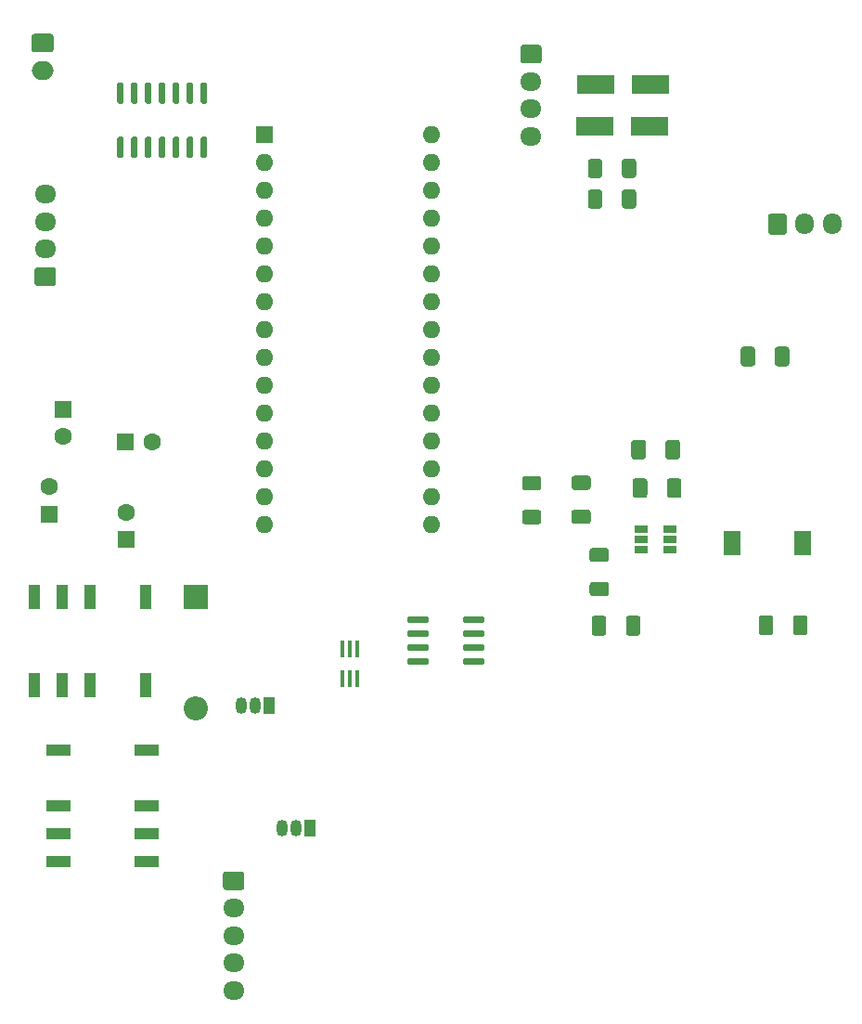
<source format=gbr>
%TF.GenerationSoftware,KiCad,Pcbnew,5.1.10-88a1d61d58~88~ubuntu18.04.1*%
%TF.CreationDate,2021-05-23T19:09:43+03:00*%
%TF.ProjectId,Micra Cruise Control Schemantics,4d696372-6120-4437-9275-69736520436f,rev?*%
%TF.SameCoordinates,Original*%
%TF.FileFunction,Soldermask,Top*%
%TF.FilePolarity,Negative*%
%FSLAX46Y46*%
G04 Gerber Fmt 4.6, Leading zero omitted, Abs format (unit mm)*
G04 Created by KiCad (PCBNEW 5.1.10-88a1d61d58~88~ubuntu18.04.1) date 2021-05-23 19:09:43*
%MOMM*%
%LPD*%
G01*
G04 APERTURE LIST*
%ADD10O,1.600000X1.600000*%
%ADD11R,1.600000X1.600000*%
%ADD12O,1.950000X1.700000*%
%ADD13R,2.200000X1.000000*%
%ADD14R,1.000000X2.200000*%
%ADD15R,0.400000X1.500000*%
%ADD16R,1.220000X0.650000*%
%ADD17R,1.050000X1.500000*%
%ADD18O,1.050000X1.500000*%
%ADD19R,1.500000X2.200000*%
%ADD20O,1.700000X1.950000*%
%ADD21O,2.000000X1.700000*%
%ADD22R,3.500000X1.800000*%
%ADD23O,2.200000X2.200000*%
%ADD24R,2.200000X2.200000*%
%ADD25C,1.600000*%
G04 APERTURE END LIST*
D10*
%TO.C,A1*%
X89840000Y-86310000D03*
X74600000Y-86310000D03*
X89840000Y-50750000D03*
X74600000Y-83770000D03*
X89840000Y-53290000D03*
X74600000Y-81230000D03*
X89840000Y-55830000D03*
X74600000Y-78690000D03*
X89840000Y-58370000D03*
X74600000Y-76150000D03*
X89840000Y-60910000D03*
X74600000Y-73610000D03*
X89840000Y-63450000D03*
X74600000Y-71070000D03*
X89840000Y-65990000D03*
X74600000Y-68530000D03*
X89840000Y-68530000D03*
X74600000Y-65990000D03*
X89840000Y-71070000D03*
X74600000Y-63450000D03*
X89840000Y-73610000D03*
X74600000Y-60910000D03*
X89840000Y-76150000D03*
X74600000Y-58370000D03*
X89840000Y-78690000D03*
X74600000Y-55830000D03*
X89840000Y-81230000D03*
X74600000Y-53290000D03*
X89840000Y-83770000D03*
D11*
X74600000Y-50750000D03*
%TD*%
D12*
%TO.C,J1*%
X71800000Y-128800000D03*
X71800000Y-126300000D03*
X71800000Y-123800000D03*
X71800000Y-121300000D03*
G36*
G01*
X71075000Y-117950000D02*
X72525000Y-117950000D01*
G75*
G02*
X72775000Y-118200000I0J-250000D01*
G01*
X72775000Y-119400000D01*
G75*
G02*
X72525000Y-119650000I-250000J0D01*
G01*
X71075000Y-119650000D01*
G75*
G02*
X70825000Y-119400000I0J250000D01*
G01*
X70825000Y-118200000D01*
G75*
G02*
X71075000Y-117950000I250000J0D01*
G01*
G37*
%TD*%
D13*
%TO.C,K2*%
X55850000Y-117060000D03*
X63850000Y-117060000D03*
X55850000Y-111980000D03*
X55850000Y-106900000D03*
X63850000Y-111980000D03*
X63850000Y-106900000D03*
X55850000Y-114520000D03*
X63850000Y-114520000D03*
%TD*%
D14*
%TO.C,K1*%
X53610000Y-92950000D03*
X53610000Y-100950000D03*
X58690000Y-92950000D03*
X63770000Y-92950000D03*
X58690000Y-100950000D03*
X63770000Y-100950000D03*
X56150000Y-92950000D03*
X56150000Y-100950000D03*
%TD*%
D15*
%TO.C,U4*%
X83050000Y-100350000D03*
X82400000Y-100350000D03*
X81750000Y-100350000D03*
X81750000Y-97690000D03*
X82400000Y-97690000D03*
X83050000Y-97690000D03*
%TD*%
%TO.C,U3*%
G36*
G01*
X89633500Y-98643500D02*
X89633500Y-98968500D01*
G75*
G02*
X89471000Y-99131000I-162500J0D01*
G01*
X87821000Y-99131000D01*
G75*
G02*
X87658500Y-98968500I0J162500D01*
G01*
X87658500Y-98643500D01*
G75*
G02*
X87821000Y-98481000I162500J0D01*
G01*
X89471000Y-98481000D01*
G75*
G02*
X89633500Y-98643500I0J-162500D01*
G01*
G37*
G36*
G01*
X89633500Y-97373500D02*
X89633500Y-97698500D01*
G75*
G02*
X89471000Y-97861000I-162500J0D01*
G01*
X87821000Y-97861000D01*
G75*
G02*
X87658500Y-97698500I0J162500D01*
G01*
X87658500Y-97373500D01*
G75*
G02*
X87821000Y-97211000I162500J0D01*
G01*
X89471000Y-97211000D01*
G75*
G02*
X89633500Y-97373500I0J-162500D01*
G01*
G37*
G36*
G01*
X89633500Y-96103500D02*
X89633500Y-96428500D01*
G75*
G02*
X89471000Y-96591000I-162500J0D01*
G01*
X87821000Y-96591000D01*
G75*
G02*
X87658500Y-96428500I0J162500D01*
G01*
X87658500Y-96103500D01*
G75*
G02*
X87821000Y-95941000I162500J0D01*
G01*
X89471000Y-95941000D01*
G75*
G02*
X89633500Y-96103500I0J-162500D01*
G01*
G37*
G36*
G01*
X89633500Y-94833500D02*
X89633500Y-95158500D01*
G75*
G02*
X89471000Y-95321000I-162500J0D01*
G01*
X87821000Y-95321000D01*
G75*
G02*
X87658500Y-95158500I0J162500D01*
G01*
X87658500Y-94833500D01*
G75*
G02*
X87821000Y-94671000I162500J0D01*
G01*
X89471000Y-94671000D01*
G75*
G02*
X89633500Y-94833500I0J-162500D01*
G01*
G37*
G36*
G01*
X94708500Y-94833500D02*
X94708500Y-95158500D01*
G75*
G02*
X94546000Y-95321000I-162500J0D01*
G01*
X92896000Y-95321000D01*
G75*
G02*
X92733500Y-95158500I0J162500D01*
G01*
X92733500Y-94833500D01*
G75*
G02*
X92896000Y-94671000I162500J0D01*
G01*
X94546000Y-94671000D01*
G75*
G02*
X94708500Y-94833500I0J-162500D01*
G01*
G37*
G36*
G01*
X94708500Y-96103500D02*
X94708500Y-96428500D01*
G75*
G02*
X94546000Y-96591000I-162500J0D01*
G01*
X92896000Y-96591000D01*
G75*
G02*
X92733500Y-96428500I0J162500D01*
G01*
X92733500Y-96103500D01*
G75*
G02*
X92896000Y-95941000I162500J0D01*
G01*
X94546000Y-95941000D01*
G75*
G02*
X94708500Y-96103500I0J-162500D01*
G01*
G37*
G36*
G01*
X94708500Y-97373500D02*
X94708500Y-97698500D01*
G75*
G02*
X94546000Y-97861000I-162500J0D01*
G01*
X92896000Y-97861000D01*
G75*
G02*
X92733500Y-97698500I0J162500D01*
G01*
X92733500Y-97373500D01*
G75*
G02*
X92896000Y-97211000I162500J0D01*
G01*
X94546000Y-97211000D01*
G75*
G02*
X94708500Y-97373500I0J-162500D01*
G01*
G37*
G36*
G01*
X94708500Y-98643500D02*
X94708500Y-98968500D01*
G75*
G02*
X94546000Y-99131000I-162500J0D01*
G01*
X92896000Y-99131000D01*
G75*
G02*
X92733500Y-98968500I0J162500D01*
G01*
X92733500Y-98643500D01*
G75*
G02*
X92896000Y-98481000I162500J0D01*
G01*
X94546000Y-98481000D01*
G75*
G02*
X94708500Y-98643500I0J-162500D01*
G01*
G37*
%TD*%
%TO.C,U2*%
G36*
G01*
X61618000Y-47965000D02*
X61318000Y-47965000D01*
G75*
G02*
X61168000Y-47815000I0J150000D01*
G01*
X61168000Y-46165000D01*
G75*
G02*
X61318000Y-46015000I150000J0D01*
G01*
X61618000Y-46015000D01*
G75*
G02*
X61768000Y-46165000I0J-150000D01*
G01*
X61768000Y-47815000D01*
G75*
G02*
X61618000Y-47965000I-150000J0D01*
G01*
G37*
G36*
G01*
X62888000Y-47965000D02*
X62588000Y-47965000D01*
G75*
G02*
X62438000Y-47815000I0J150000D01*
G01*
X62438000Y-46165000D01*
G75*
G02*
X62588000Y-46015000I150000J0D01*
G01*
X62888000Y-46015000D01*
G75*
G02*
X63038000Y-46165000I0J-150000D01*
G01*
X63038000Y-47815000D01*
G75*
G02*
X62888000Y-47965000I-150000J0D01*
G01*
G37*
G36*
G01*
X64158000Y-47965000D02*
X63858000Y-47965000D01*
G75*
G02*
X63708000Y-47815000I0J150000D01*
G01*
X63708000Y-46165000D01*
G75*
G02*
X63858000Y-46015000I150000J0D01*
G01*
X64158000Y-46015000D01*
G75*
G02*
X64308000Y-46165000I0J-150000D01*
G01*
X64308000Y-47815000D01*
G75*
G02*
X64158000Y-47965000I-150000J0D01*
G01*
G37*
G36*
G01*
X65428000Y-47965000D02*
X65128000Y-47965000D01*
G75*
G02*
X64978000Y-47815000I0J150000D01*
G01*
X64978000Y-46165000D01*
G75*
G02*
X65128000Y-46015000I150000J0D01*
G01*
X65428000Y-46015000D01*
G75*
G02*
X65578000Y-46165000I0J-150000D01*
G01*
X65578000Y-47815000D01*
G75*
G02*
X65428000Y-47965000I-150000J0D01*
G01*
G37*
G36*
G01*
X66698000Y-47965000D02*
X66398000Y-47965000D01*
G75*
G02*
X66248000Y-47815000I0J150000D01*
G01*
X66248000Y-46165000D01*
G75*
G02*
X66398000Y-46015000I150000J0D01*
G01*
X66698000Y-46015000D01*
G75*
G02*
X66848000Y-46165000I0J-150000D01*
G01*
X66848000Y-47815000D01*
G75*
G02*
X66698000Y-47965000I-150000J0D01*
G01*
G37*
G36*
G01*
X67968000Y-47965000D02*
X67668000Y-47965000D01*
G75*
G02*
X67518000Y-47815000I0J150000D01*
G01*
X67518000Y-46165000D01*
G75*
G02*
X67668000Y-46015000I150000J0D01*
G01*
X67968000Y-46015000D01*
G75*
G02*
X68118000Y-46165000I0J-150000D01*
G01*
X68118000Y-47815000D01*
G75*
G02*
X67968000Y-47965000I-150000J0D01*
G01*
G37*
G36*
G01*
X69238000Y-47965000D02*
X68938000Y-47965000D01*
G75*
G02*
X68788000Y-47815000I0J150000D01*
G01*
X68788000Y-46165000D01*
G75*
G02*
X68938000Y-46015000I150000J0D01*
G01*
X69238000Y-46015000D01*
G75*
G02*
X69388000Y-46165000I0J-150000D01*
G01*
X69388000Y-47815000D01*
G75*
G02*
X69238000Y-47965000I-150000J0D01*
G01*
G37*
G36*
G01*
X69238000Y-52915000D02*
X68938000Y-52915000D01*
G75*
G02*
X68788000Y-52765000I0J150000D01*
G01*
X68788000Y-51115000D01*
G75*
G02*
X68938000Y-50965000I150000J0D01*
G01*
X69238000Y-50965000D01*
G75*
G02*
X69388000Y-51115000I0J-150000D01*
G01*
X69388000Y-52765000D01*
G75*
G02*
X69238000Y-52915000I-150000J0D01*
G01*
G37*
G36*
G01*
X67968000Y-52915000D02*
X67668000Y-52915000D01*
G75*
G02*
X67518000Y-52765000I0J150000D01*
G01*
X67518000Y-51115000D01*
G75*
G02*
X67668000Y-50965000I150000J0D01*
G01*
X67968000Y-50965000D01*
G75*
G02*
X68118000Y-51115000I0J-150000D01*
G01*
X68118000Y-52765000D01*
G75*
G02*
X67968000Y-52915000I-150000J0D01*
G01*
G37*
G36*
G01*
X66698000Y-52915000D02*
X66398000Y-52915000D01*
G75*
G02*
X66248000Y-52765000I0J150000D01*
G01*
X66248000Y-51115000D01*
G75*
G02*
X66398000Y-50965000I150000J0D01*
G01*
X66698000Y-50965000D01*
G75*
G02*
X66848000Y-51115000I0J-150000D01*
G01*
X66848000Y-52765000D01*
G75*
G02*
X66698000Y-52915000I-150000J0D01*
G01*
G37*
G36*
G01*
X65428000Y-52915000D02*
X65128000Y-52915000D01*
G75*
G02*
X64978000Y-52765000I0J150000D01*
G01*
X64978000Y-51115000D01*
G75*
G02*
X65128000Y-50965000I150000J0D01*
G01*
X65428000Y-50965000D01*
G75*
G02*
X65578000Y-51115000I0J-150000D01*
G01*
X65578000Y-52765000D01*
G75*
G02*
X65428000Y-52915000I-150000J0D01*
G01*
G37*
G36*
G01*
X64158000Y-52915000D02*
X63858000Y-52915000D01*
G75*
G02*
X63708000Y-52765000I0J150000D01*
G01*
X63708000Y-51115000D01*
G75*
G02*
X63858000Y-50965000I150000J0D01*
G01*
X64158000Y-50965000D01*
G75*
G02*
X64308000Y-51115000I0J-150000D01*
G01*
X64308000Y-52765000D01*
G75*
G02*
X64158000Y-52915000I-150000J0D01*
G01*
G37*
G36*
G01*
X62888000Y-52915000D02*
X62588000Y-52915000D01*
G75*
G02*
X62438000Y-52765000I0J150000D01*
G01*
X62438000Y-51115000D01*
G75*
G02*
X62588000Y-50965000I150000J0D01*
G01*
X62888000Y-50965000D01*
G75*
G02*
X63038000Y-51115000I0J-150000D01*
G01*
X63038000Y-52765000D01*
G75*
G02*
X62888000Y-52915000I-150000J0D01*
G01*
G37*
G36*
G01*
X61618000Y-52915000D02*
X61318000Y-52915000D01*
G75*
G02*
X61168000Y-52765000I0J150000D01*
G01*
X61168000Y-51115000D01*
G75*
G02*
X61318000Y-50965000I150000J0D01*
G01*
X61618000Y-50965000D01*
G75*
G02*
X61768000Y-51115000I0J-150000D01*
G01*
X61768000Y-52765000D01*
G75*
G02*
X61618000Y-52915000I-150000J0D01*
G01*
G37*
%TD*%
D16*
%TO.C,U1*%
X108966000Y-88646000D03*
X108966000Y-87696000D03*
X108966000Y-86746000D03*
X111586000Y-86746000D03*
X111586000Y-87696000D03*
X111586000Y-88646000D03*
%TD*%
%TO.C,R27*%
G36*
G01*
X104531000Y-91552000D02*
X105781000Y-91552000D01*
G75*
G02*
X106031000Y-91802000I0J-250000D01*
G01*
X106031000Y-92602000D01*
G75*
G02*
X105781000Y-92852000I-250000J0D01*
G01*
X104531000Y-92852000D01*
G75*
G02*
X104281000Y-92602000I0J250000D01*
G01*
X104281000Y-91802000D01*
G75*
G02*
X104531000Y-91552000I250000J0D01*
G01*
G37*
G36*
G01*
X104531000Y-88452000D02*
X105781000Y-88452000D01*
G75*
G02*
X106031000Y-88702000I0J-250000D01*
G01*
X106031000Y-89502000D01*
G75*
G02*
X105781000Y-89752000I-250000J0D01*
G01*
X104531000Y-89752000D01*
G75*
G02*
X104281000Y-89502000I0J250000D01*
G01*
X104281000Y-88702000D01*
G75*
G02*
X104531000Y-88452000I250000J0D01*
G01*
G37*
%TD*%
%TO.C,R16*%
G36*
G01*
X105430000Y-53219000D02*
X105430000Y-54469000D01*
G75*
G02*
X105180000Y-54719000I-250000J0D01*
G01*
X104380000Y-54719000D01*
G75*
G02*
X104130000Y-54469000I0J250000D01*
G01*
X104130000Y-53219000D01*
G75*
G02*
X104380000Y-52969000I250000J0D01*
G01*
X105180000Y-52969000D01*
G75*
G02*
X105430000Y-53219000I0J-250000D01*
G01*
G37*
G36*
G01*
X108530000Y-53219000D02*
X108530000Y-54469000D01*
G75*
G02*
X108280000Y-54719000I-250000J0D01*
G01*
X107480000Y-54719000D01*
G75*
G02*
X107230000Y-54469000I0J250000D01*
G01*
X107230000Y-53219000D01*
G75*
G02*
X107480000Y-52969000I250000J0D01*
G01*
X108280000Y-52969000D01*
G75*
G02*
X108530000Y-53219000I0J-250000D01*
G01*
G37*
%TD*%
%TO.C,R15*%
G36*
G01*
X107230000Y-57263000D02*
X107230000Y-56013000D01*
G75*
G02*
X107480000Y-55763000I250000J0D01*
G01*
X108280000Y-55763000D01*
G75*
G02*
X108530000Y-56013000I0J-250000D01*
G01*
X108530000Y-57263000D01*
G75*
G02*
X108280000Y-57513000I-250000J0D01*
G01*
X107480000Y-57513000D01*
G75*
G02*
X107230000Y-57263000I0J250000D01*
G01*
G37*
G36*
G01*
X104130000Y-57263000D02*
X104130000Y-56013000D01*
G75*
G02*
X104380000Y-55763000I250000J0D01*
G01*
X105180000Y-55763000D01*
G75*
G02*
X105430000Y-56013000I0J-250000D01*
G01*
X105430000Y-57263000D01*
G75*
G02*
X105180000Y-57513000I-250000J0D01*
G01*
X104380000Y-57513000D01*
G75*
G02*
X104130000Y-57263000I0J250000D01*
G01*
G37*
%TD*%
%TO.C,R2*%
G36*
G01*
X99625000Y-83200000D02*
X98375000Y-83200000D01*
G75*
G02*
X98125000Y-82950000I0J250000D01*
G01*
X98125000Y-82150000D01*
G75*
G02*
X98375000Y-81900000I250000J0D01*
G01*
X99625000Y-81900000D01*
G75*
G02*
X99875000Y-82150000I0J-250000D01*
G01*
X99875000Y-82950000D01*
G75*
G02*
X99625000Y-83200000I-250000J0D01*
G01*
G37*
G36*
G01*
X99625000Y-86300000D02*
X98375000Y-86300000D01*
G75*
G02*
X98125000Y-86050000I0J250000D01*
G01*
X98125000Y-85250000D01*
G75*
G02*
X98375000Y-85000000I250000J0D01*
G01*
X99625000Y-85000000D01*
G75*
G02*
X99875000Y-85250000I0J-250000D01*
G01*
X99875000Y-86050000D01*
G75*
G02*
X99625000Y-86300000I-250000J0D01*
G01*
G37*
%TD*%
%TO.C,R1*%
G36*
G01*
X102875000Y-84974000D02*
X104125000Y-84974000D01*
G75*
G02*
X104375000Y-85224000I0J-250000D01*
G01*
X104375000Y-86024000D01*
G75*
G02*
X104125000Y-86274000I-250000J0D01*
G01*
X102875000Y-86274000D01*
G75*
G02*
X102625000Y-86024000I0J250000D01*
G01*
X102625000Y-85224000D01*
G75*
G02*
X102875000Y-84974000I250000J0D01*
G01*
G37*
G36*
G01*
X102875000Y-81874000D02*
X104125000Y-81874000D01*
G75*
G02*
X104375000Y-82124000I0J-250000D01*
G01*
X104375000Y-82924000D01*
G75*
G02*
X104125000Y-83174000I-250000J0D01*
G01*
X102875000Y-83174000D01*
G75*
G02*
X102625000Y-82924000I0J250000D01*
G01*
X102625000Y-82124000D01*
G75*
G02*
X102875000Y-81874000I250000J0D01*
G01*
G37*
%TD*%
D17*
%TO.C,Q2*%
X75000000Y-102800000D03*
D18*
X72460000Y-102800000D03*
X73730000Y-102800000D03*
%TD*%
D17*
%TO.C,Q1*%
X78750000Y-114000000D03*
D18*
X76210000Y-114000000D03*
X77480000Y-114000000D03*
%TD*%
D19*
%TO.C,L1*%
X123700000Y-88000000D03*
X117300000Y-88000000D03*
%TD*%
%TO.C,J5*%
G36*
G01*
X55335000Y-64564000D02*
X53885000Y-64564000D01*
G75*
G02*
X53635000Y-64314000I0J250000D01*
G01*
X53635000Y-63114000D01*
G75*
G02*
X53885000Y-62864000I250000J0D01*
G01*
X55335000Y-62864000D01*
G75*
G02*
X55585000Y-63114000I0J-250000D01*
G01*
X55585000Y-64314000D01*
G75*
G02*
X55335000Y-64564000I-250000J0D01*
G01*
G37*
D12*
X54610000Y-61214000D03*
X54610000Y-58714000D03*
X54610000Y-56214000D03*
%TD*%
D20*
%TO.C,J4*%
X126430000Y-58930000D03*
X123930000Y-58930000D03*
G36*
G01*
X120580000Y-59655000D02*
X120580000Y-58205000D01*
G75*
G02*
X120830000Y-57955000I250000J0D01*
G01*
X122030000Y-57955000D01*
G75*
G02*
X122280000Y-58205000I0J-250000D01*
G01*
X122280000Y-59655000D01*
G75*
G02*
X122030000Y-59905000I-250000J0D01*
G01*
X120830000Y-59905000D01*
G75*
G02*
X120580000Y-59655000I0J250000D01*
G01*
G37*
%TD*%
D12*
%TO.C,J3*%
X98938000Y-50930000D03*
X98938000Y-48430000D03*
X98938000Y-45930000D03*
G36*
G01*
X98213000Y-42580000D02*
X99663000Y-42580000D01*
G75*
G02*
X99913000Y-42830000I0J-250000D01*
G01*
X99913000Y-44030000D01*
G75*
G02*
X99663000Y-44280000I-250000J0D01*
G01*
X98213000Y-44280000D01*
G75*
G02*
X97963000Y-44030000I0J250000D01*
G01*
X97963000Y-42830000D01*
G75*
G02*
X98213000Y-42580000I250000J0D01*
G01*
G37*
%TD*%
D21*
%TO.C,J2*%
X54356000Y-44918000D03*
G36*
G01*
X53606000Y-41568000D02*
X55106000Y-41568000D01*
G75*
G02*
X55356000Y-41818000I0J-250000D01*
G01*
X55356000Y-43018000D01*
G75*
G02*
X55106000Y-43268000I-250000J0D01*
G01*
X53606000Y-43268000D01*
G75*
G02*
X53356000Y-43018000I0J250000D01*
G01*
X53356000Y-41818000D01*
G75*
G02*
X53606000Y-41568000I250000J0D01*
G01*
G37*
%TD*%
%TO.C,F1*%
G36*
G01*
X119387500Y-70349999D02*
X119387500Y-71650001D01*
G75*
G02*
X119137501Y-71900000I-249999J0D01*
G01*
X118312499Y-71900000D01*
G75*
G02*
X118062500Y-71650001I0J249999D01*
G01*
X118062500Y-70349999D01*
G75*
G02*
X118312499Y-70100000I249999J0D01*
G01*
X119137501Y-70100000D01*
G75*
G02*
X119387500Y-70349999I0J-249999D01*
G01*
G37*
G36*
G01*
X122512500Y-70349999D02*
X122512500Y-71650001D01*
G75*
G02*
X122262501Y-71900000I-249999J0D01*
G01*
X121437499Y-71900000D01*
G75*
G02*
X121187500Y-71650001I0J249999D01*
G01*
X121187500Y-70349999D01*
G75*
G02*
X121437499Y-70100000I249999J0D01*
G01*
X122262501Y-70100000D01*
G75*
G02*
X122512500Y-70349999I0J-249999D01*
G01*
G37*
%TD*%
D22*
%TO.C,D8*%
X109860000Y-46224000D03*
X104860000Y-46224000D03*
%TD*%
%TO.C,D7*%
X109780000Y-50034000D03*
X104780000Y-50034000D03*
%TD*%
D23*
%TO.C,D1*%
X68350000Y-103110000D03*
D24*
X68350000Y-92950000D03*
%TD*%
D25*
%TO.C,C8*%
X62000000Y-85200000D03*
D11*
X62000000Y-87700000D03*
%TD*%
D25*
%TO.C,C7*%
X64400000Y-78800000D03*
D11*
X61900000Y-78800000D03*
%TD*%
D25*
%TO.C,C6*%
X55000000Y-82850000D03*
D11*
X55000000Y-85350000D03*
%TD*%
D25*
%TO.C,C5*%
X56250000Y-78300000D03*
D11*
X56250000Y-75800000D03*
%TD*%
%TO.C,C4*%
G36*
G01*
X122837500Y-96150001D02*
X122837500Y-94849999D01*
G75*
G02*
X123087499Y-94600000I249999J0D01*
G01*
X123912501Y-94600000D01*
G75*
G02*
X124162500Y-94849999I0J-249999D01*
G01*
X124162500Y-96150001D01*
G75*
G02*
X123912501Y-96400000I-249999J0D01*
G01*
X123087499Y-96400000D01*
G75*
G02*
X122837500Y-96150001I0J249999D01*
G01*
G37*
G36*
G01*
X119712500Y-96150001D02*
X119712500Y-94849999D01*
G75*
G02*
X119962499Y-94600000I249999J0D01*
G01*
X120787501Y-94600000D01*
G75*
G02*
X121037500Y-94849999I0J-249999D01*
G01*
X121037500Y-96150001D01*
G75*
G02*
X120787501Y-96400000I-249999J0D01*
G01*
X119962499Y-96400000D01*
G75*
G02*
X119712500Y-96150001I0J249999D01*
G01*
G37*
%TD*%
%TO.C,C3*%
G36*
G01*
X105800000Y-94899999D02*
X105800000Y-96200001D01*
G75*
G02*
X105550001Y-96450000I-249999J0D01*
G01*
X104724999Y-96450000D01*
G75*
G02*
X104475000Y-96200001I0J249999D01*
G01*
X104475000Y-94899999D01*
G75*
G02*
X104724999Y-94650000I249999J0D01*
G01*
X105550001Y-94650000D01*
G75*
G02*
X105800000Y-94899999I0J-249999D01*
G01*
G37*
G36*
G01*
X108925000Y-94899999D02*
X108925000Y-96200001D01*
G75*
G02*
X108675001Y-96450000I-249999J0D01*
G01*
X107849999Y-96450000D01*
G75*
G02*
X107600000Y-96200001I0J249999D01*
G01*
X107600000Y-94899999D01*
G75*
G02*
X107849999Y-94650000I249999J0D01*
G01*
X108675001Y-94650000D01*
G75*
G02*
X108925000Y-94899999I0J-249999D01*
G01*
G37*
%TD*%
%TO.C,C2*%
G36*
G01*
X109537500Y-82349999D02*
X109537500Y-83650001D01*
G75*
G02*
X109287501Y-83900000I-249999J0D01*
G01*
X108462499Y-83900000D01*
G75*
G02*
X108212500Y-83650001I0J249999D01*
G01*
X108212500Y-82349999D01*
G75*
G02*
X108462499Y-82100000I249999J0D01*
G01*
X109287501Y-82100000D01*
G75*
G02*
X109537500Y-82349999I0J-249999D01*
G01*
G37*
G36*
G01*
X112662500Y-82349999D02*
X112662500Y-83650001D01*
G75*
G02*
X112412501Y-83900000I-249999J0D01*
G01*
X111587499Y-83900000D01*
G75*
G02*
X111337500Y-83650001I0J249999D01*
G01*
X111337500Y-82349999D01*
G75*
G02*
X111587499Y-82100000I249999J0D01*
G01*
X112412501Y-82100000D01*
G75*
G02*
X112662500Y-82349999I0J-249999D01*
G01*
G37*
%TD*%
%TO.C,C1*%
G36*
G01*
X109412500Y-78849999D02*
X109412500Y-80150001D01*
G75*
G02*
X109162501Y-80400000I-249999J0D01*
G01*
X108337499Y-80400000D01*
G75*
G02*
X108087500Y-80150001I0J249999D01*
G01*
X108087500Y-78849999D01*
G75*
G02*
X108337499Y-78600000I249999J0D01*
G01*
X109162501Y-78600000D01*
G75*
G02*
X109412500Y-78849999I0J-249999D01*
G01*
G37*
G36*
G01*
X112537500Y-78849999D02*
X112537500Y-80150001D01*
G75*
G02*
X112287501Y-80400000I-249999J0D01*
G01*
X111462499Y-80400000D01*
G75*
G02*
X111212500Y-80150001I0J249999D01*
G01*
X111212500Y-78849999D01*
G75*
G02*
X111462499Y-78600000I249999J0D01*
G01*
X112287501Y-78600000D01*
G75*
G02*
X112537500Y-78849999I0J-249999D01*
G01*
G37*
%TD*%
M02*

</source>
